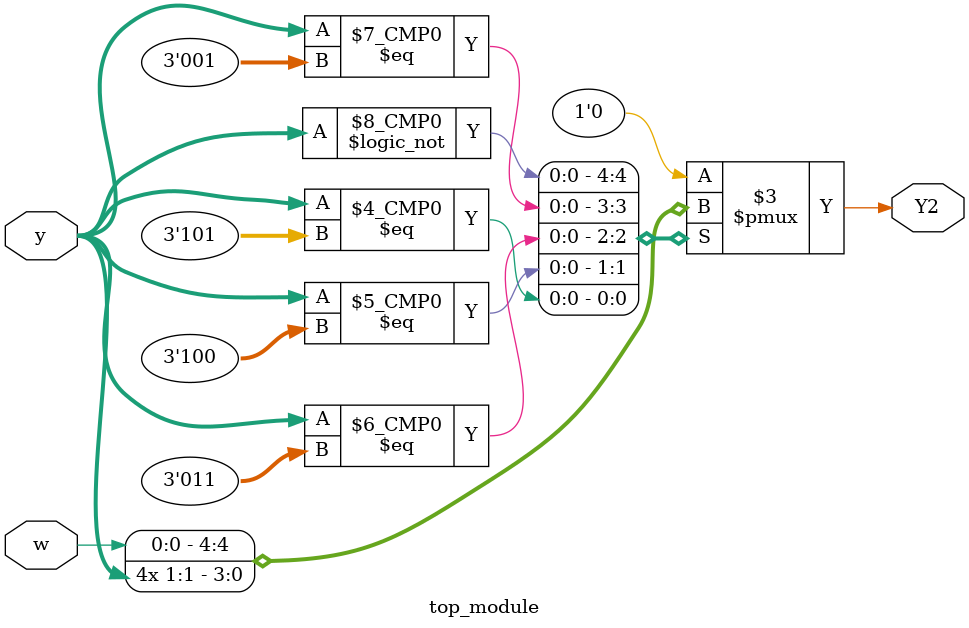
<source format=sv>
module top_module(
  input [3:1] y,
  input w,
  output reg Y2
);

  always @(*) begin
    case(y)
      3'b000: Y2 = w; // State A
      3'b001: Y2 = y[1]; // State B
      3'b010: Y2 = 0; // State C
      3'b011: Y2 = y[1]; // State D
      3'b100: Y2 = y[1]; // State E
      3'b101: Y2 = y[1]; // State F
      default: Y2 = 0; // Default case
    endcase
  end

endmodule

</source>
